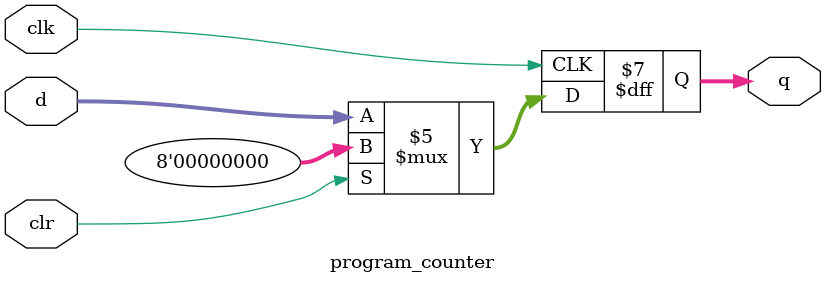
<source format=sv>

module program_counter (
    /* input signals */
    input logic clk,    // clock signal
    input logic clr,    // clear/reset signal

    /* input buses */
    input logic [7:0] d,   // input data bus

    /* output signals */
    output logic [7:0] q   // output databus 
);

	initial begin           // initialise the following values:
		q <= 8'b00000000;   // q = 0
	end

    always @(posedge clk) begin         // on positive edge of clock
        case (!clr)                     // based on clear/reset signal
            1'b1: begin                 // if clr is low
                q <= d;                     // next instruction is input line address 
            end
            default: q <= 8'b00000000;  // else, reset PC to line 0
        endcase
    end

endmodule

</source>
